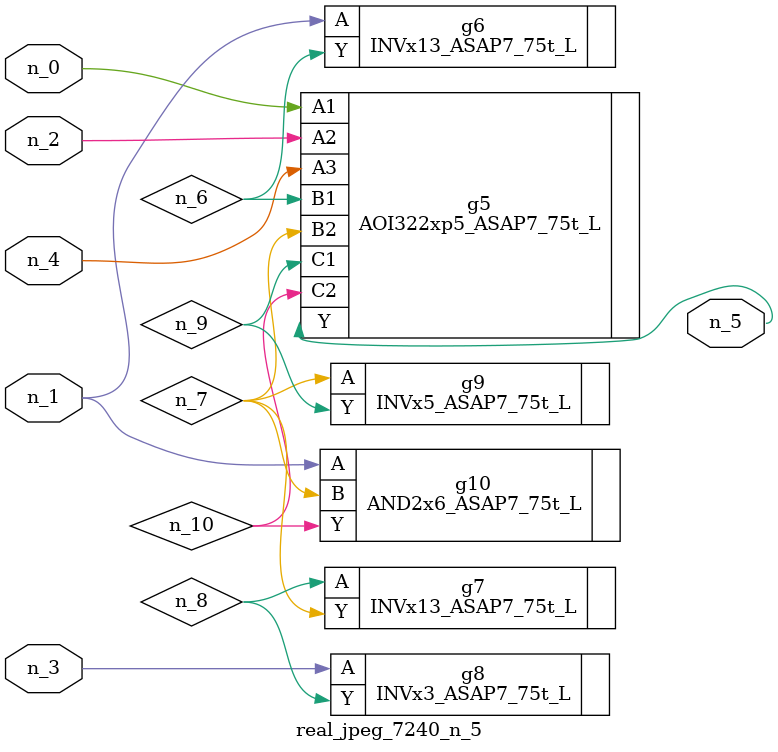
<source format=v>
module real_jpeg_7240_n_5 (n_4, n_0, n_1, n_2, n_3, n_5);

input n_4;
input n_0;
input n_1;
input n_2;
input n_3;

output n_5;

wire n_8;
wire n_6;
wire n_7;
wire n_10;
wire n_9;

AOI322xp5_ASAP7_75t_L g5 ( 
.A1(n_0),
.A2(n_2),
.A3(n_4),
.B1(n_6),
.B2(n_7),
.C1(n_9),
.C2(n_10),
.Y(n_5)
);

INVx13_ASAP7_75t_L g6 ( 
.A(n_1),
.Y(n_6)
);

AND2x6_ASAP7_75t_L g10 ( 
.A(n_1),
.B(n_7),
.Y(n_10)
);

INVx3_ASAP7_75t_L g8 ( 
.A(n_3),
.Y(n_8)
);

INVx5_ASAP7_75t_L g9 ( 
.A(n_7),
.Y(n_9)
);

INVx13_ASAP7_75t_L g7 ( 
.A(n_8),
.Y(n_7)
);


endmodule
</source>
